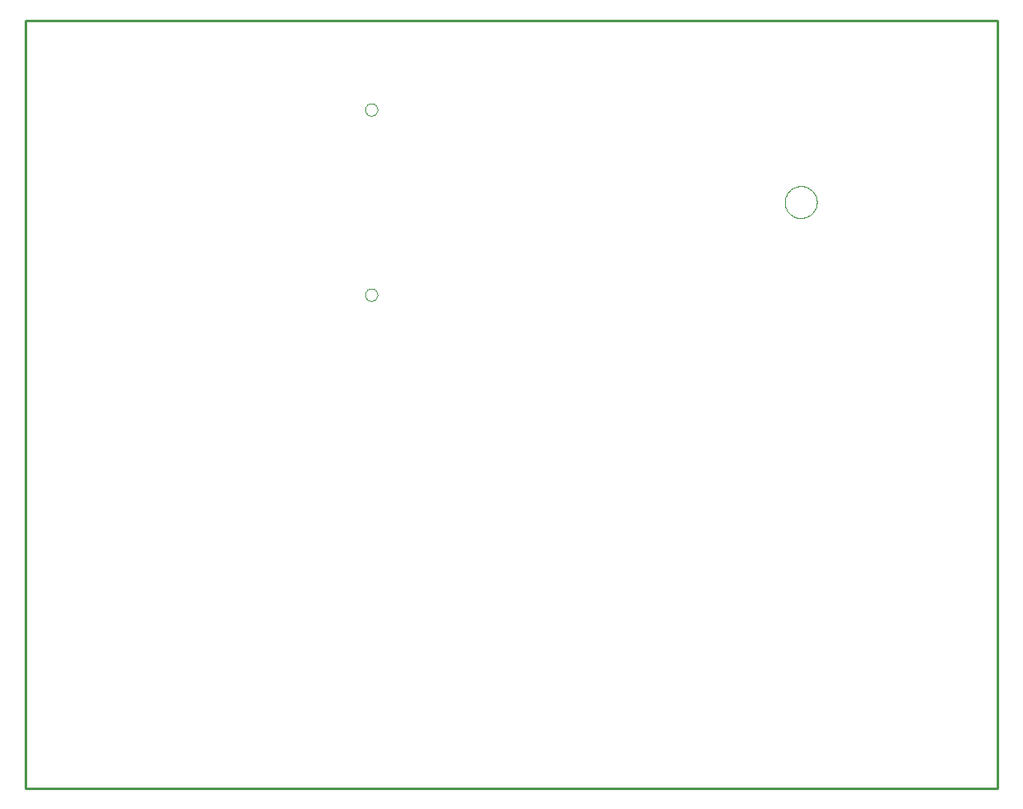
<source format=gbr>
G75*
G70*
%OFA0B0*%
%FSLAX24Y24*%
%IPPOS*%
%LPD*%
%AMOC8*
5,1,8,0,0,1.08239X$1,22.5*
%
%ADD10C,0.0100*%
%ADD11C,0.0000*%
D10*
X000544Y002338D02*
X000544Y003838D01*
X000544Y033047D01*
X000544Y033441D01*
X039914Y033441D01*
X039914Y002338D01*
X039127Y002338D01*
X039294Y002338D01*
X039127Y002338D02*
X000544Y002338D01*
X000544Y003691D02*
X000544Y003838D01*
X000544Y033047D02*
X000544Y033191D01*
D11*
X014294Y029838D02*
X014296Y029870D01*
X014302Y029901D01*
X014312Y029932D01*
X014326Y029961D01*
X014344Y029988D01*
X014364Y030012D01*
X014388Y030033D01*
X014414Y030052D01*
X014443Y030067D01*
X014473Y030078D01*
X014504Y030085D01*
X014536Y030088D01*
X014568Y030087D01*
X014600Y030082D01*
X014630Y030073D01*
X014660Y030060D01*
X014687Y030043D01*
X014712Y030023D01*
X014734Y030000D01*
X014754Y029974D01*
X014769Y029946D01*
X014781Y029917D01*
X014789Y029886D01*
X014793Y029854D01*
X014793Y029822D01*
X014789Y029790D01*
X014781Y029759D01*
X014769Y029730D01*
X014754Y029702D01*
X014734Y029676D01*
X014712Y029653D01*
X014687Y029633D01*
X014660Y029616D01*
X014630Y029603D01*
X014600Y029594D01*
X014568Y029589D01*
X014536Y029588D01*
X014504Y029591D01*
X014473Y029598D01*
X014443Y029609D01*
X014414Y029624D01*
X014388Y029643D01*
X014364Y029664D01*
X014344Y029688D01*
X014326Y029715D01*
X014312Y029744D01*
X014302Y029775D01*
X014296Y029806D01*
X014294Y029838D01*
X014294Y022338D02*
X014296Y022370D01*
X014302Y022401D01*
X014312Y022432D01*
X014326Y022461D01*
X014344Y022488D01*
X014364Y022512D01*
X014388Y022533D01*
X014414Y022552D01*
X014443Y022567D01*
X014473Y022578D01*
X014504Y022585D01*
X014536Y022588D01*
X014568Y022587D01*
X014600Y022582D01*
X014630Y022573D01*
X014660Y022560D01*
X014687Y022543D01*
X014712Y022523D01*
X014734Y022500D01*
X014754Y022474D01*
X014769Y022446D01*
X014781Y022417D01*
X014789Y022386D01*
X014793Y022354D01*
X014793Y022322D01*
X014789Y022290D01*
X014781Y022259D01*
X014769Y022230D01*
X014754Y022202D01*
X014734Y022176D01*
X014712Y022153D01*
X014687Y022133D01*
X014660Y022116D01*
X014630Y022103D01*
X014600Y022094D01*
X014568Y022089D01*
X014536Y022088D01*
X014504Y022091D01*
X014473Y022098D01*
X014443Y022109D01*
X014414Y022124D01*
X014388Y022143D01*
X014364Y022164D01*
X014344Y022188D01*
X014326Y022215D01*
X014312Y022244D01*
X014302Y022275D01*
X014296Y022306D01*
X014294Y022338D01*
X031294Y026088D02*
X031297Y026147D01*
X031305Y026206D01*
X031318Y026263D01*
X031337Y026320D01*
X031360Y026374D01*
X031389Y026426D01*
X031422Y026475D01*
X031459Y026521D01*
X031500Y026563D01*
X031545Y026601D01*
X031594Y026636D01*
X031645Y026665D01*
X031699Y026690D01*
X031754Y026710D01*
X031812Y026724D01*
X031870Y026734D01*
X031929Y026738D01*
X031988Y026736D01*
X032047Y026730D01*
X032105Y026718D01*
X032162Y026700D01*
X032216Y026678D01*
X032269Y026651D01*
X032319Y026619D01*
X032366Y026583D01*
X032409Y026542D01*
X032448Y026498D01*
X032483Y026451D01*
X032514Y026400D01*
X032540Y026347D01*
X032561Y026292D01*
X032577Y026235D01*
X032588Y026177D01*
X032593Y026118D01*
X032593Y026058D01*
X032588Y025999D01*
X032577Y025941D01*
X032561Y025884D01*
X032540Y025829D01*
X032514Y025776D01*
X032483Y025725D01*
X032448Y025678D01*
X032409Y025634D01*
X032366Y025593D01*
X032319Y025557D01*
X032269Y025525D01*
X032216Y025498D01*
X032162Y025476D01*
X032105Y025458D01*
X032047Y025446D01*
X031988Y025440D01*
X031929Y025438D01*
X031870Y025442D01*
X031812Y025452D01*
X031754Y025466D01*
X031699Y025486D01*
X031645Y025511D01*
X031594Y025540D01*
X031545Y025575D01*
X031500Y025613D01*
X031459Y025655D01*
X031422Y025701D01*
X031389Y025750D01*
X031360Y025802D01*
X031337Y025856D01*
X031318Y025913D01*
X031305Y025970D01*
X031297Y026029D01*
X031294Y026088D01*
M02*

</source>
